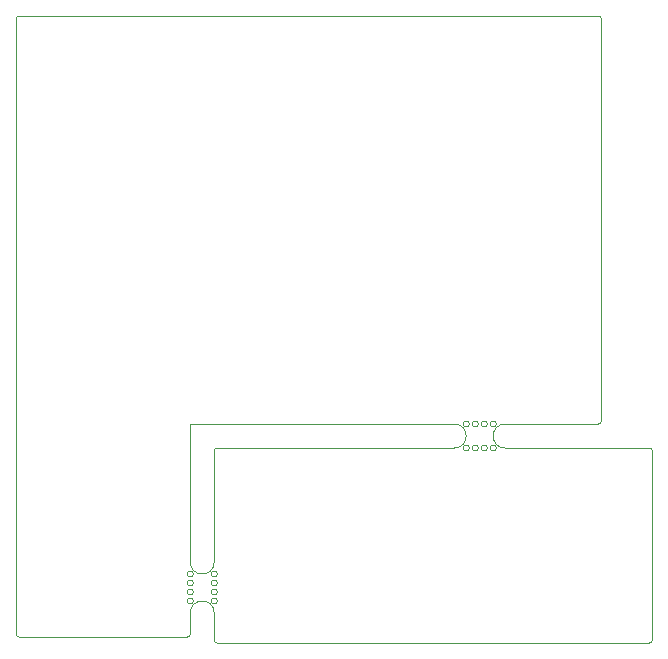
<source format=gm1>
G04 #@! TF.GenerationSoftware,KiCad,Pcbnew,5.1.10*
G04 #@! TF.CreationDate,2021-05-11T19:26:58+02:00*
G04 #@! TF.ProjectId,obd32,6f626433-322e-46b6-9963-61645f706362,rev?*
G04 #@! TF.SameCoordinates,Original*
G04 #@! TF.FileFunction,Profile,NP*
%FSLAX46Y46*%
G04 Gerber Fmt 4.6, Leading zero omitted, Abs format (unit mm)*
G04 Created by KiCad (PCBNEW 5.1.10) date 2021-05-11 19:26:58*
%MOMM*%
%LPD*%
G01*
G04 APERTURE LIST*
G04 #@! TA.AperFunction,Profile*
%ADD10C,0.050000*%
G04 #@! TD*
G04 APERTURE END LIST*
D10*
X211836000Y-108204000D02*
G75*
G03*
X211836000Y-108204000I-254000J0D01*
G01*
X211836000Y-108966000D02*
G75*
G03*
X211836000Y-108966000I-254000J0D01*
G01*
X211836000Y-109728000D02*
G75*
G03*
X211836000Y-109728000I-254000J0D01*
G01*
X211836000Y-110490000D02*
G75*
G03*
X211836000Y-110490000I-254000J0D01*
G01*
X213868000Y-108204000D02*
G75*
G03*
X213868000Y-108204000I-254000J0D01*
G01*
X213868000Y-108966000D02*
G75*
G03*
X213868000Y-108966000I-254000J0D01*
G01*
X213868000Y-109728000D02*
G75*
G03*
X213868000Y-109728000I-254000J0D01*
G01*
X213868000Y-110490000D02*
G75*
G03*
X213868000Y-110490000I-254000J0D01*
G01*
X237490000Y-97536000D02*
G75*
G03*
X237490000Y-97536000I-254000J0D01*
G01*
X236728000Y-97536000D02*
G75*
G03*
X236728000Y-97536000I-254000J0D01*
G01*
X235966000Y-97536000D02*
G75*
G03*
X235966000Y-97536000I-254000J0D01*
G01*
X235204000Y-97536000D02*
G75*
G03*
X235204000Y-97536000I-254000J0D01*
G01*
X237490000Y-95504000D02*
G75*
G03*
X237490000Y-95504000I-254000J0D01*
G01*
X236728000Y-95504000D02*
G75*
G03*
X236728000Y-95504000I-254000J0D01*
G01*
X235966000Y-95504000D02*
G75*
G03*
X235966000Y-95504000I-254000J0D01*
G01*
X235204000Y-95504000D02*
G75*
G03*
X235204000Y-95504000I-254000J0D01*
G01*
X211582000Y-95504000D02*
X211582000Y-107188000D01*
X233934000Y-95504000D02*
X211582000Y-95504000D01*
X213868000Y-97536000D02*
X233934000Y-97536000D01*
X213614000Y-107188000D02*
X213614000Y-97790000D01*
X213614000Y-107188000D02*
G75*
G02*
X211582000Y-107188000I-1016000J0D01*
G01*
X211582000Y-111506000D02*
G75*
G02*
X213614000Y-111506000I1016000J0D01*
G01*
X233934000Y-95504000D02*
G75*
G02*
X233934000Y-97536000I0J-1016000D01*
G01*
X238252000Y-97536000D02*
G75*
G02*
X238252000Y-95504000I0J1016000D01*
G01*
X250444000Y-97536000D02*
G75*
G02*
X250698000Y-97790000I0J-254000D01*
G01*
X250698000Y-113792000D02*
G75*
G02*
X250444000Y-114046000I-254000J0D01*
G01*
X213868000Y-114046000D02*
G75*
G02*
X213614000Y-113792000I0J254000D01*
G01*
X213614000Y-97790000D02*
G75*
G02*
X213868000Y-97536000I254000J0D01*
G01*
X211582000Y-113284000D02*
G75*
G02*
X211328000Y-113538000I-254000J0D01*
G01*
X197104000Y-113538000D02*
G75*
G02*
X196850000Y-113284000I0J254000D01*
G01*
X196850000Y-61214000D02*
G75*
G02*
X197104000Y-60960000I254000J0D01*
G01*
X246126000Y-60960000D02*
G75*
G02*
X246380000Y-61214000I0J-254000D01*
G01*
X246380000Y-95250000D02*
G75*
G02*
X246126000Y-95504000I-254000J0D01*
G01*
X250698000Y-113792000D02*
X250698000Y-97790000D01*
X213868000Y-114046000D02*
X250444000Y-114046000D01*
X213614000Y-111506000D02*
X213614000Y-113792000D01*
X250444000Y-97536000D02*
X238252000Y-97536000D01*
X238252000Y-95504000D02*
X246126000Y-95504000D01*
X211582000Y-113284000D02*
X211582000Y-111506000D01*
X196850000Y-113284000D02*
X196850000Y-61214000D01*
X211328000Y-113538000D02*
X197104000Y-113538000D01*
X246380000Y-95250000D02*
X246380000Y-61214000D01*
X197104000Y-60960000D02*
X246126000Y-60960000D01*
M02*

</source>
